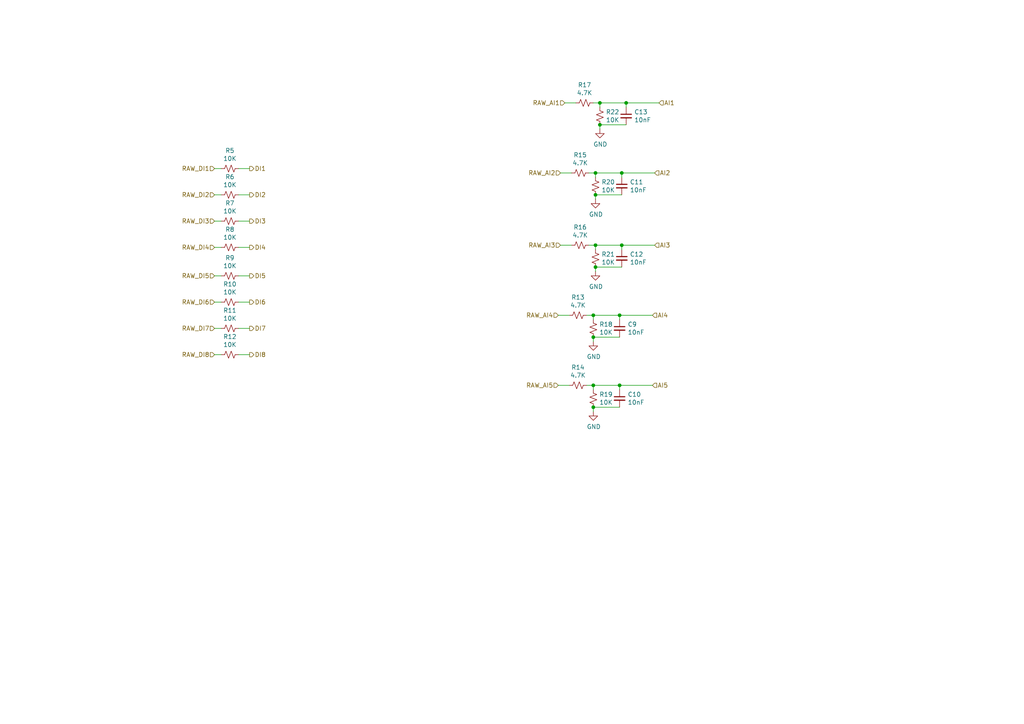
<source format=kicad_sch>
(kicad_sch (version 20230121) (generator eeschema)
  (paper "A4")
  (lib_symbols
    (symbol "Device:C_Small" (pin_numbers hide) (pin_names (offset 0.254) hide)
      (property "Reference" "C" (at 0.254 1.778 0))
      (property "Value" "C_Small" (at 0.254 -2.032 0))
      (symbol "C_Small_0_1"
        (polyline (pts (xy -1.524 -0.508) (xy 1.524 -0.508)) (stroke (width 0.3302)))
        (polyline (pts (xy -1.524 0.508) (xy 1.524 0.508)) (stroke (width 0.3048)))
      )
      (symbol "C_Small_1_1"
        (pin passive line (at 0 2.54 270) (length 2.032) (name "~") (number "1"))
        (pin passive line (at 0 -2.54 90) (length 2.032) (name "~") (number "2"))
      )
    )
    (symbol "Device:R_Small_US" (pin_numbers hide) (pin_names (offset 0.254) hide)
      (property "Reference" "R" (at 0.762 0.508 0))
      (property "Value" "R_Small_US" (at 0.762 -1.016 0))
      (symbol "R_Small_US_1_1"
        (polyline (pts (xy 0 0) (xy 1.016 -0.381) (xy 0 -0.762) (xy -1.016 -1.143) (xy 0 -1.524)))
        (polyline (pts (xy 0 1.524) (xy 1.016 1.143) (xy 0 0.762) (xy -1.016 0.381) (xy 0 0)))
        (pin passive line (at 0 2.54 270) (length 1.016) (name "~") (number "1"))
        (pin passive line (at 0 -2.54 90) (length 1.016) (name "~") (number "2"))
      )
    )
    (symbol "power:GND" (power) (pin_names (offset 0))
      (property "Value" "GND" (at 0 -3.81 0))
      (symbol "GND_0_1"
        (polyline (pts (xy 0 0) (xy 0 -1.27) (xy 1.27 -1.27) (xy 0 -2.54) (xy -1.27 -1.27) (xy 0 -1.27)))
      )
      (symbol "GND_1_1"
        (pin power_in line (at 0 0 270) (length 0) hide (name "GND") (number "1"))
      )
    )
  )
  (junction (at 172.72 56.515))
  (junction (at 172.72 71.12))
  (junction (at 179.705 111.76))
  (junction (at 180.34 71.12))
  (junction (at 172.72 77.47))
  (junction (at 173.99 29.845))
  (junction (at 181.61 29.845))
  (junction (at 173.99 36.195))
  (junction (at 179.705 91.44))
  (junction (at 172.085 118.11))
  (junction (at 172.72 50.165))
  (junction (at 180.34 50.165))
  (junction (at 172.085 111.76))
  (junction (at 172.085 97.79))
  (junction (at 172.085 91.44))
  (wire (pts (xy 173.99 36.195) (xy 173.99 37.465)))
  (wire (pts (xy 173.99 29.845) (xy 173.99 31.115)))
  (wire (pts (xy 62.23 64.135) (xy 64.135 64.135)))
  (wire (pts (xy 163.83 29.845) (xy 167.005 29.845)))
  (wire (pts (xy 180.34 77.47) (xy 172.72 77.47)))
  (wire (pts (xy 172.085 97.79) (xy 172.085 99.06)))
  (wire (pts (xy 62.23 95.25) (xy 64.135 95.25)))
  (wire (pts (xy 172.72 71.12) (xy 172.72 72.39)))
  (wire (pts (xy 180.34 71.12) (xy 180.34 72.39)))
  (wire (pts (xy 189.23 91.44) (xy 179.705 91.44)))
  (wire (pts (xy 170.18 111.76) (xy 172.085 111.76)))
  (wire (pts (xy 179.705 97.79) (xy 172.085 97.79)))
  (wire (pts (xy 172.085 118.11) (xy 172.085 119.38)))
  (wire (pts (xy 172.72 71.12) (xy 180.34 71.12)))
  (wire (pts (xy 62.23 56.515) (xy 64.135 56.515)))
  (wire (pts (xy 172.085 91.44) (xy 179.705 91.44)))
  (wire (pts (xy 72.39 80.01) (xy 69.215 80.01)))
  (wire (pts (xy 72.39 64.135) (xy 69.215 64.135)))
  (wire (pts (xy 62.23 87.63) (xy 64.135 87.63)))
  (wire (pts (xy 62.23 102.87) (xy 64.135 102.87)))
  (wire (pts (xy 161.925 111.76) (xy 165.1 111.76)))
  (wire (pts (xy 179.705 91.44) (xy 179.705 92.71)))
  (wire (pts (xy 173.99 29.845) (xy 181.61 29.845)))
  (wire (pts (xy 170.18 91.44) (xy 172.085 91.44)))
  (wire (pts (xy 180.34 50.165) (xy 180.34 51.435)))
  (wire (pts (xy 172.72 77.47) (xy 172.72 78.74)))
  (wire (pts (xy 162.56 50.165) (xy 165.735 50.165)))
  (wire (pts (xy 62.23 71.755) (xy 64.135 71.755)))
  (wire (pts (xy 172.085 111.76) (xy 172.085 113.03)))
  (wire (pts (xy 181.61 36.195) (xy 173.99 36.195)))
  (wire (pts (xy 172.085 111.76) (xy 179.705 111.76)))
  (wire (pts (xy 191.135 29.845) (xy 181.61 29.845)))
  (wire (pts (xy 181.61 29.845) (xy 181.61 31.115)))
  (wire (pts (xy 172.72 56.515) (xy 172.72 57.785)))
  (wire (pts (xy 72.39 87.63) (xy 69.215 87.63)))
  (wire (pts (xy 62.23 48.895) (xy 64.135 48.895)))
  (wire (pts (xy 172.085 91.44) (xy 172.085 92.71)))
  (wire (pts (xy 170.815 50.165) (xy 172.72 50.165)))
  (wire (pts (xy 172.72 50.165) (xy 172.72 51.435)))
  (wire (pts (xy 72.39 56.515) (xy 69.215 56.515)))
  (wire (pts (xy 189.865 71.12) (xy 180.34 71.12)))
  (wire (pts (xy 72.39 102.87) (xy 69.215 102.87)))
  (wire (pts (xy 72.39 95.25) (xy 69.215 95.25)))
  (wire (pts (xy 189.23 111.76) (xy 179.705 111.76)))
  (wire (pts (xy 172.085 29.845) (xy 173.99 29.845)))
  (wire (pts (xy 180.34 56.515) (xy 172.72 56.515)))
  (wire (pts (xy 179.705 111.76) (xy 179.705 113.03)))
  (wire (pts (xy 72.39 71.755) (xy 69.215 71.755)))
  (wire (pts (xy 69.215 48.895) (xy 72.39 48.895)))
  (wire (pts (xy 62.23 80.01) (xy 64.135 80.01)))
  (wire (pts (xy 170.815 71.12) (xy 172.72 71.12)))
  (wire (pts (xy 172.72 50.165) (xy 180.34 50.165)))
  (wire (pts (xy 189.865 50.165) (xy 180.34 50.165)))
  (wire (pts (xy 179.705 118.11) (xy 172.085 118.11)))
  (wire (pts (xy 162.56 71.12) (xy 165.735 71.12)))
  (wire (pts (xy 161.925 91.44) (xy 165.1 91.44)))
  (hierarchical_label "RAW_DI6" (shape input) (at 62.23 87.63 180))
  (hierarchical_label "DI2" (shape output) (at 72.39 56.515 0))
  (hierarchical_label "AI3" (shape input) (at 189.865 71.12 0))
  (hierarchical_label "DI3" (shape output) (at 72.39 64.135 0))
  (hierarchical_label "RAW_AI1" (shape input) (at 163.83 29.845 180))
  (hierarchical_label "RAW_DI4" (shape input) (at 62.23 71.755 180))
  (hierarchical_label "AI2" (shape input) (at 189.865 50.165 0))
  (hierarchical_label "RAW_AI4" (shape input) (at 161.925 91.44 180))
  (hierarchical_label "DI7" (shape output) (at 72.39 95.25 0))
  (hierarchical_label "RAW_DI2" (shape input) (at 62.23 56.515 180))
  (hierarchical_label "DI5" (shape output) (at 72.39 80.01 0))
  (hierarchical_label "RAW_DI3" (shape input) (at 62.23 64.135 180))
  (hierarchical_label "AI1" (shape input) (at 191.135 29.845 0))
  (hierarchical_label "AI5" (shape input) (at 189.23 111.76 0))
  (hierarchical_label "RAW_AI2" (shape input) (at 162.56 50.165 180))
  (hierarchical_label "DI4" (shape output) (at 72.39 71.755 0))
  (hierarchical_label "RAW_DI5" (shape input) (at 62.23 80.01 180))
  (hierarchical_label "DI8" (shape output) (at 72.39 102.87 0))
  (hierarchical_label "RAW_DI8" (shape input) (at 62.23 102.87 180))
  (hierarchical_label "RAW_AI5" (shape input) (at 161.925 111.76 180))
  (hierarchical_label "RAW_DI1" (shape input) (at 62.23 48.895 180))
  (hierarchical_label "DI6" (shape output) (at 72.39 87.63 0))
  (hierarchical_label "DI1" (shape output) (at 72.39 48.895 0))
  (hierarchical_label "RAW_AI3" (shape input) (at 162.56 71.12 180))
  (hierarchical_label "RAW_DI7" (shape input) (at 62.23 95.25 180))
  (hierarchical_label "AI4" (shape input) (at 189.23 91.44 0))
  (symbol (lib_id "Device:R_Small_US") (at 66.675 102.87 270) (unit 1)
    (property "Reference" "R12" (at 66.675 97.663 90))
    (property "Value" "10K" (at 66.675 99.9744 90))
    (property "Footprint" "Resistor_SMD:R_0805_2012Metric" (effects hide))
    (property "Digi-Key_PN" "311-10.0KCRDKR-ND" (effects hide))
  )
  (symbol (lib_id "Device:R_Small_US") (at 66.675 95.25 270) (unit 1)
    (property "Reference" "R11" (at 66.675 90.043 90))
    (property "Value" "10K" (at 66.675 92.3544 90))
    (property "Footprint" "Resistor_SMD:R_0805_2012Metric" (effects hide))
    (property "Digi-Key_PN" "311-10.0KCRDKR-ND" (effects hide))
  )
  (symbol (lib_id "Device:R_Small_US") (at 66.675 87.63 270) (unit 1)
    (property "Reference" "R10" (at 66.675 82.423 90))
    (property "Value" "10K" (at 66.675 84.7344 90))
    (property "Footprint" "Resistor_SMD:R_0805_2012Metric" (effects hide))
    (property "Digi-Key_PN" "311-10.0KCRDKR-ND" (effects hide))
  )
  (symbol (lib_id "Device:R_Small_US") (at 66.675 80.01 270) (unit 1)
    (property "Reference" "R9" (at 66.675 74.803 90))
    (property "Value" "10K" (at 66.675 77.1144 90))
    (property "Footprint" "Resistor_SMD:R_0805_2012Metric" (effects hide))
    (property "Digi-Key_PN" "311-10.0KCRDKR-ND" (effects hide))
  )
  (symbol (lib_id "Device:R_Small_US") (at 66.675 71.755 270) (unit 1)
    (property "Reference" "R8" (at 66.675 66.548 90))
    (property "Value" "10K" (at 66.675 68.8594 90))
    (property "Footprint" "Resistor_SMD:R_0805_2012Metric" (effects hide))
    (property "Digi-Key_PN" "311-10.0KCRDKR-ND" (effects hide))
  )
  (symbol (lib_id "Device:R_Small_US") (at 66.675 64.135 270) (unit 1)
    (property "Reference" "R7" (at 66.675 58.928 90))
    (property "Value" "10K" (at 66.675 61.2394 90))
    (property "Footprint" "Resistor_SMD:R_0805_2012Metric" (effects hide))
    (property "Digi-Key_PN" "311-10.0KCRDKR-ND" (effects hide))
  )
  (symbol (lib_id "Device:R_Small_US") (at 66.675 56.515 270) (unit 1)
    (property "Reference" "R6" (at 66.675 51.308 90))
    (property "Value" "10K" (at 66.675 53.6194 90))
    (property "Footprint" "Resistor_SMD:R_0805_2012Metric" (effects hide))
    (property "Digi-Key_PN" "311-10.0KCRDKR-ND" (effects hide))
  )
  (symbol (lib_id "Device:R_Small_US") (at 66.675 48.895 270) (unit 1)
    (property "Reference" "R5" (at 66.675 43.688 90))
    (property "Value" "10K" (at 66.675 45.9994 90))
    (property "Footprint" "Resistor_SMD:R_0805_2012Metric" (effects hide))
    (property "Digi-Key_PN" "311-10.0KCRDKR-ND" (effects hide))
  )
  (symbol (lib_id "Device:R_Small_US") (at 169.545 29.845 270) (unit 1)
    (property "Reference" "R17" (at 169.545 24.638 90))
    (property "Value" "4.7K" (at 169.545 26.9494 90))
    (property "Footprint" "Resistor_SMD:R_0805_2012Metric" (effects hide))
    (property "Digi-Key_PN" "311-4.70KCRCT-ND" (effects hide))
  )
  (symbol (lib_id "Device:R_Small_US") (at 173.99 33.655 180) (unit 1)
    (property "Reference" "R22" (at 175.7172 32.4866 0) (effects (justify right)))
    (property "Value" "10K" (at 175.7172 34.798 0) (effects (justify right)))
    (property "Footprint" "Resistor_SMD:R_0805_2012Metric" (effects hide))
    (property "Digi-Key_PN" "311-10.0KCRDKR-ND" (effects hide))
  )
  (symbol (lib_id "Device:C_Small") (at 181.61 33.655 0) (unit 1)
    (property "Reference" "C13" (at 183.9468 32.4866 0) (effects (justify left)))
    (property "Value" "10nF" (at 183.9468 34.798 0) (effects (justify left)))
    (property "Footprint" "Capacitor_SMD:C_0805_2012Metric" (effects hide))
    (property "Digi-Key_PN" "311-1136-1-ND" (effects hide))
  )
  (symbol (lib_id "power:GND") (at 173.99 37.465 0) (unit 1)
    (property "Reference" "#PWR016" (effects hide))
    (property "Value" "GND" (at 174.117 41.8592 0))
  )
  (symbol (lib_id "Device:R_Small_US") (at 168.275 50.165 270) (unit 1)
    (property "Reference" "R15" (at 168.275 44.958 90))
    (property "Value" "4.7K" (at 168.275 47.2694 90))
    (property "Footprint" "Resistor_SMD:R_0805_2012Metric" (effects hide))
    (property "Digi-Key_PN" "311-4.70KCRCT-ND" (effects hide))
  )
  (symbol (lib_id "Device:R_Small_US") (at 172.72 53.975 180) (unit 1)
    (property "Reference" "R20" (at 174.4472 52.8066 0) (effects (justify right)))
    (property "Value" "10K" (at 174.4472 55.118 0) (effects (justify right)))
    (property "Footprint" "Resistor_SMD:R_0805_2012Metric" (effects hide))
    (property "Digi-Key_PN" "311-10.0KCRDKR-ND" (effects hide))
  )
  (symbol (lib_id "Device:C_Small") (at 180.34 53.975 0) (unit 1)
    (property "Reference" "C11" (at 182.6768 52.8066 0) (effects (justify left)))
    (property "Value" "10nF" (at 182.6768 55.118 0) (effects (justify left)))
    (property "Footprint" "Capacitor_SMD:C_0805_2012Metric" (effects hide))
    (property "Digi-Key_PN" "311-1136-1-ND" (effects hide))
  )
  (symbol (lib_id "power:GND") (at 172.72 57.785 0) (unit 1)
    (property "Reference" "#PWR014" (effects hide))
    (property "Value" "GND" (at 172.847 62.1792 0))
  )
  (symbol (lib_id "Device:R_Small_US") (at 168.275 71.12 270) (unit 1)
    (property "Reference" "R16" (at 168.275 65.913 90))
    (property "Value" "4.7K" (at 168.275 68.2244 90))
    (property "Footprint" "Resistor_SMD:R_0805_2012Metric" (effects hide))
    (property "Digi-Key_PN" "311-4.70KCRCT-ND" (effects hide))
  )
  (symbol (lib_id "Device:R_Small_US") (at 172.72 74.93 180) (unit 1)
    (property "Reference" "R21" (at 174.4472 73.7616 0) (effects (justify right)))
    (property "Value" "10K" (at 174.4472 76.073 0) (effects (justify right)))
    (property "Footprint" "Resistor_SMD:R_0805_2012Metric" (effects hide))
    (property "Digi-Key_PN" "311-10.0KCRDKR-ND" (effects hide))
  )
  (symbol (lib_id "Device:C_Small") (at 180.34 74.93 0) (unit 1)
    (property "Reference" "C12" (at 182.6768 73.7616 0) (effects (justify left)))
    (property "Value" "10nF" (at 182.6768 76.073 0) (effects (justify left)))
    (property "Footprint" "Capacitor_SMD:C_0805_2012Metric" (effects hide))
    (property "Digi-Key_PN" "311-1136-1-ND" (effects hide))
  )
  (symbol (lib_id "power:GND") (at 172.72 78.74 0) (unit 1)
    (property "Reference" "#PWR015" (effects hide))
    (property "Value" "GND" (at 172.847 83.1342 0))
  )
  (symbol (lib_id "Device:R_Small_US") (at 167.64 91.44 270) (unit 1)
    (property "Reference" "R13" (at 167.64 86.233 90))
    (property "Value" "4.7K" (at 167.64 88.5444 90))
    (property "Footprint" "Resistor_SMD:R_0805_2012Metric" (effects hide))
    (property "Digi-Key_PN" "311-4.70KCRCT-ND" (effects hide))
  )
  (symbol (lib_id "Device:R_Small_US") (at 172.085 95.25 180) (unit 1)
    (property "Reference" "R18" (at 173.8122 94.0816 0) (effects (justify right)))
    (property "Value" "10K" (at 173.8122 96.393 0) (effects (justify right)))
    (property "Footprint" "Resistor_SMD:R_0805_2012Metric" (effects hide))
    (property "Digi-Key_PN" "311-10.0KCRDKR-ND" (effects hide))
  )
  (symbol (lib_id "Device:C_Small") (at 179.705 95.25 0) (unit 1)
    (property "Reference" "C9" (at 182.0418 94.0816 0) (effects (justify left)))
    (property "Value" "10nF" (at 182.0418 96.393 0) (effects (justify left)))
    (property "Footprint" "Capacitor_SMD:C_0805_2012Metric" (effects hide))
    (property "Digi-Key_PN" "311-1136-1-ND" (effects hide))
  )
  (symbol (lib_id "power:GND") (at 172.085 99.06 0) (unit 1)
    (property "Reference" "#PWR012" (effects hide))
    (property "Value" "GND" (at 172.212 103.4542 0))
  )
  (symbol (lib_id "Device:R_Small_US") (at 167.64 111.76 270) (unit 1)
    (property "Reference" "R14" (at 167.64 106.553 90))
    (property "Value" "4.7K" (at 167.64 108.8644 90))
    (property "Footprint" "Resistor_SMD:R_0805_2012Metric" (effects hide))
    (property "Digi-Key_PN" "311-4.70KCRCT-ND" (effects hide))
  )
  (symbol (lib_id "Device:R_Small_US") (at 172.085 115.57 180) (unit 1)
    (property "Reference" "R19" (at 173.8122 114.4016 0) (effects (justify right)))
    (property "Value" "10K" (at 173.8122 116.713 0) (effects (justify right)))
    (property "Footprint" "Resistor_SMD:R_0805_2012Metric" (effects hide))
    (property "Digi-Key_PN" "311-10.0KCRDKR-ND" (effects hide))
  )
  (symbol (lib_id "Device:C_Small") (at 179.705 115.57 0) (unit 1)
    (property "Reference" "C10" (at 182.0418 114.4016 0) (effects (justify left)))
    (property "Value" "10nF" (at 182.0418 116.713 0) (effects (justify left)))
    (property "Footprint" "Capacitor_SMD:C_0805_2012Metric" (effects hide))
    (property "Digi-Key_PN" "311-1136-1-ND" (effects hide))
  )
  (symbol (lib_id "power:GND") (at 172.085 119.38 0) (unit 1)
    (property "Reference" "#PWR013" (effects hide))
    (property "Value" "GND" (at 172.212 123.7742 0))
  )
)
</source>
